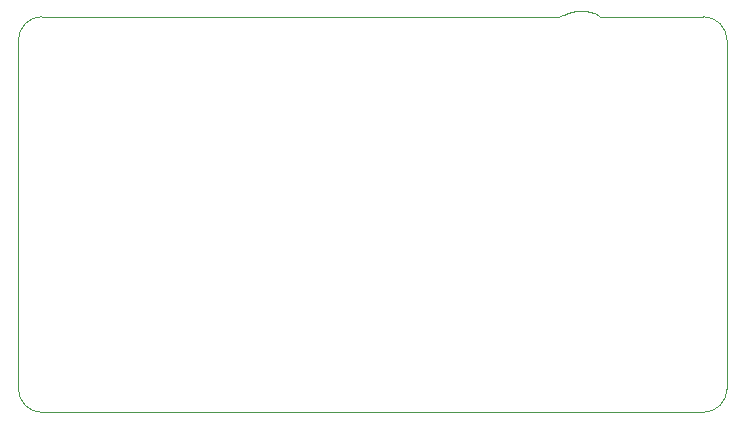
<source format=gbr>
%TF.GenerationSoftware,KiCad,Pcbnew,7.0.9-7.0.9~ubuntu22.04.1*%
%TF.CreationDate,2023-11-20T19:54:57+05:30*%
%TF.ProjectId,MAP4,4d415034-2e6b-4696-9361-645f70636258,1*%
%TF.SameCoordinates,Original*%
%TF.FileFunction,Profile,NP*%
%FSLAX46Y46*%
G04 Gerber Fmt 4.6, Leading zero omitted, Abs format (unit mm)*
G04 Created by KiCad (PCBNEW 7.0.9-7.0.9~ubuntu22.04.1) date 2023-11-20 19:54:57*
%MOMM*%
%LPD*%
G01*
G04 APERTURE LIST*
%TA.AperFunction,Profile*%
%ADD10C,0.100000*%
%TD*%
G04 APERTURE END LIST*
D10*
X102000000Y-66500000D02*
G75*
G03*
X100000000Y-68500000I0J-2000000D01*
G01*
X147274520Y-66024300D02*
X147104592Y-66051429D01*
X146391764Y-66264914D02*
X146175870Y-66340334D01*
X160000000Y-98000000D02*
X160000000Y-68500000D01*
X148947182Y-66301953D02*
X148791074Y-66229689D01*
X146175870Y-66340334D02*
X146067780Y-66377404D01*
X148131867Y-66039059D02*
X147961365Y-66016146D01*
X146067780Y-66377404D02*
X145959317Y-66412909D01*
X148791074Y-66229689D02*
X148630889Y-66167240D01*
X158000000Y-66500000D02*
X149244777Y-66500000D01*
X148467227Y-66114634D02*
X148300687Y-66071898D01*
X147617713Y-66000206D02*
X147445760Y-66007235D01*
X145959317Y-66412909D02*
X145850273Y-66445997D01*
X148300687Y-66071898D02*
X148131867Y-66039059D01*
X158000000Y-100000000D02*
G75*
G03*
X160000000Y-98000000I0J2000000D01*
G01*
X145850273Y-66445997D02*
X145740439Y-66500000D01*
X149244777Y-66500000D02*
X149098616Y-66384004D01*
X100000000Y-68500000D02*
X100000000Y-98000000D01*
X146499986Y-66228270D02*
X146391764Y-66264914D01*
X147789781Y-66003186D02*
X147617713Y-66000206D01*
X160000000Y-68500000D02*
G75*
G03*
X158000000Y-66500000I-2000000J0D01*
G01*
X102000000Y-100000000D02*
X158000000Y-100000000D01*
X146936575Y-66088649D02*
X146771068Y-66135988D01*
X100000000Y-98000000D02*
G75*
G03*
X102000000Y-100000000I2000000J0D01*
G01*
X147445760Y-66007235D02*
X147274520Y-66024300D01*
X146771068Y-66135988D02*
X146608668Y-66193474D01*
X147104592Y-66051429D02*
X146936575Y-66088649D01*
X149098616Y-66384004D02*
X148947182Y-66301953D01*
X147961365Y-66016146D02*
X147789781Y-66003186D01*
X148630889Y-66167240D02*
X148467227Y-66114634D01*
X145740439Y-66500000D02*
X102000000Y-66500000D01*
X146608668Y-66193474D02*
X146499986Y-66228270D01*
M02*

</source>
